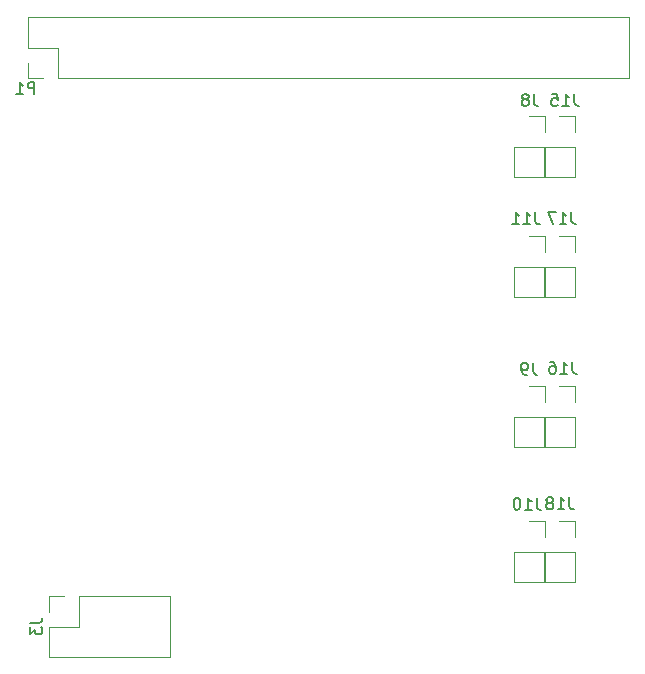
<source format=gbo>
G04 #@! TF.GenerationSoftware,KiCad,Pcbnew,5.1.7-a382d34a8~88~ubuntu18.04.1*
G04 #@! TF.CreationDate,2021-04-23T14:54:25+02:00*
G04 #@! TF.ProjectId,relais_hat,72656c61-6973-45f6-9861-742e6b696361,rev?*
G04 #@! TF.SameCoordinates,Original*
G04 #@! TF.FileFunction,Legend,Bot*
G04 #@! TF.FilePolarity,Positive*
%FSLAX46Y46*%
G04 Gerber Fmt 4.6, Leading zero omitted, Abs format (unit mm)*
G04 Created by KiCad (PCBNEW 5.1.7-a382d34a8~88~ubuntu18.04.1) date 2021-04-23 14:54:25*
%MOMM*%
%LPD*%
G01*
G04 APERTURE LIST*
%ADD10C,0.120000*%
%ADD11C,0.150000*%
G04 APERTURE END LIST*
D10*
X253400000Y-142440000D02*
X250740000Y-142440000D01*
X253400000Y-139840000D02*
X253400000Y-142440000D01*
X250740000Y-139840000D02*
X250740000Y-142440000D01*
X253400000Y-139840000D02*
X250740000Y-139840000D01*
X253400000Y-138570000D02*
X253400000Y-137240000D01*
X253400000Y-137240000D02*
X252070000Y-137240000D01*
X253400000Y-118310000D02*
X250740000Y-118310000D01*
X253400000Y-115710000D02*
X253400000Y-118310000D01*
X250740000Y-115710000D02*
X250740000Y-118310000D01*
X253400000Y-115710000D02*
X250740000Y-115710000D01*
X253400000Y-114440000D02*
X253400000Y-113110000D01*
X253400000Y-113110000D02*
X252070000Y-113110000D01*
X253400000Y-131010000D02*
X250740000Y-131010000D01*
X253400000Y-128410000D02*
X253400000Y-131010000D01*
X250740000Y-128410000D02*
X250740000Y-131010000D01*
X253400000Y-128410000D02*
X250740000Y-128410000D01*
X253400000Y-127140000D02*
X253400000Y-125810000D01*
X253400000Y-125810000D02*
X252070000Y-125810000D01*
X253400000Y-108150000D02*
X250740000Y-108150000D01*
X253400000Y-105550000D02*
X253400000Y-108150000D01*
X250740000Y-105550000D02*
X250740000Y-108150000D01*
X253400000Y-105550000D02*
X250740000Y-105550000D01*
X253400000Y-104280000D02*
X253400000Y-102950000D01*
X253400000Y-102950000D02*
X252070000Y-102950000D01*
X207052000Y-98438000D02*
X207052000Y-99768000D01*
X207052000Y-99768000D02*
X208382000Y-99768000D01*
X207052000Y-97168000D02*
X209652000Y-97168000D01*
X209652000Y-97168000D02*
X209652000Y-99768000D01*
X209652000Y-99768000D02*
X257972000Y-99768000D01*
X257972000Y-94568000D02*
X257972000Y-99768000D01*
X207052000Y-94568000D02*
X257972000Y-94568000D01*
X207052000Y-94568000D02*
X207052000Y-97168000D01*
X250860000Y-118310000D02*
X248200000Y-118310000D01*
X250860000Y-115710000D02*
X250860000Y-118310000D01*
X248200000Y-115710000D02*
X248200000Y-118310000D01*
X250860000Y-115710000D02*
X248200000Y-115710000D01*
X250860000Y-114440000D02*
X250860000Y-113110000D01*
X250860000Y-113110000D02*
X249530000Y-113110000D01*
X250860000Y-142440000D02*
X248200000Y-142440000D01*
X250860000Y-139840000D02*
X250860000Y-142440000D01*
X248200000Y-139840000D02*
X248200000Y-142440000D01*
X250860000Y-139840000D02*
X248200000Y-139840000D01*
X250860000Y-138570000D02*
X250860000Y-137240000D01*
X250860000Y-137240000D02*
X249530000Y-137240000D01*
X250860000Y-131010000D02*
X248200000Y-131010000D01*
X250860000Y-128410000D02*
X250860000Y-131010000D01*
X248200000Y-128410000D02*
X248200000Y-131010000D01*
X250860000Y-128410000D02*
X248200000Y-128410000D01*
X250860000Y-127140000D02*
X250860000Y-125810000D01*
X250860000Y-125810000D02*
X249530000Y-125810000D01*
X250860000Y-108150000D02*
X248200000Y-108150000D01*
X250860000Y-105550000D02*
X250860000Y-108150000D01*
X248200000Y-105550000D02*
X248200000Y-108150000D01*
X250860000Y-105550000D02*
X248200000Y-105550000D01*
X250860000Y-104280000D02*
X250860000Y-102950000D01*
X250860000Y-102950000D02*
X249530000Y-102950000D01*
X219110000Y-143590000D02*
X219110000Y-148790000D01*
X211430000Y-143590000D02*
X219110000Y-143590000D01*
X208830000Y-148790000D02*
X219110000Y-148790000D01*
X211430000Y-143590000D02*
X211430000Y-146190000D01*
X211430000Y-146190000D02*
X208830000Y-146190000D01*
X208830000Y-146190000D02*
X208830000Y-148790000D01*
X210160000Y-143590000D02*
X208830000Y-143590000D01*
X208830000Y-143590000D02*
X208830000Y-144920000D01*
D11*
X252919523Y-135262380D02*
X252919523Y-135976666D01*
X252967142Y-136119523D01*
X253062380Y-136214761D01*
X253205238Y-136262380D01*
X253300476Y-136262380D01*
X251919523Y-136262380D02*
X252490952Y-136262380D01*
X252205238Y-136262380D02*
X252205238Y-135262380D01*
X252300476Y-135405238D01*
X252395714Y-135500476D01*
X252490952Y-135548095D01*
X251348095Y-135690952D02*
X251443333Y-135643333D01*
X251490952Y-135595714D01*
X251538571Y-135500476D01*
X251538571Y-135452857D01*
X251490952Y-135357619D01*
X251443333Y-135310000D01*
X251348095Y-135262380D01*
X251157619Y-135262380D01*
X251062380Y-135310000D01*
X251014761Y-135357619D01*
X250967142Y-135452857D01*
X250967142Y-135500476D01*
X251014761Y-135595714D01*
X251062380Y-135643333D01*
X251157619Y-135690952D01*
X251348095Y-135690952D01*
X251443333Y-135738571D01*
X251490952Y-135786190D01*
X251538571Y-135881428D01*
X251538571Y-136071904D01*
X251490952Y-136167142D01*
X251443333Y-136214761D01*
X251348095Y-136262380D01*
X251157619Y-136262380D01*
X251062380Y-136214761D01*
X251014761Y-136167142D01*
X250967142Y-136071904D01*
X250967142Y-135881428D01*
X251014761Y-135786190D01*
X251062380Y-135738571D01*
X251157619Y-135690952D01*
X253079523Y-111112380D02*
X253079523Y-111826666D01*
X253127142Y-111969523D01*
X253222380Y-112064761D01*
X253365238Y-112112380D01*
X253460476Y-112112380D01*
X252079523Y-112112380D02*
X252650952Y-112112380D01*
X252365238Y-112112380D02*
X252365238Y-111112380D01*
X252460476Y-111255238D01*
X252555714Y-111350476D01*
X252650952Y-111398095D01*
X251746190Y-111112380D02*
X251079523Y-111112380D01*
X251508095Y-112112380D01*
X253159523Y-123782380D02*
X253159523Y-124496666D01*
X253207142Y-124639523D01*
X253302380Y-124734761D01*
X253445238Y-124782380D01*
X253540476Y-124782380D01*
X252159523Y-124782380D02*
X252730952Y-124782380D01*
X252445238Y-124782380D02*
X252445238Y-123782380D01*
X252540476Y-123925238D01*
X252635714Y-124020476D01*
X252730952Y-124068095D01*
X251302380Y-123782380D02*
X251492857Y-123782380D01*
X251588095Y-123830000D01*
X251635714Y-123877619D01*
X251730952Y-124020476D01*
X251778571Y-124210952D01*
X251778571Y-124591904D01*
X251730952Y-124687142D01*
X251683333Y-124734761D01*
X251588095Y-124782380D01*
X251397619Y-124782380D01*
X251302380Y-124734761D01*
X251254761Y-124687142D01*
X251207142Y-124591904D01*
X251207142Y-124353809D01*
X251254761Y-124258571D01*
X251302380Y-124210952D01*
X251397619Y-124163333D01*
X251588095Y-124163333D01*
X251683333Y-124210952D01*
X251730952Y-124258571D01*
X251778571Y-124353809D01*
X253329523Y-101102380D02*
X253329523Y-101816666D01*
X253377142Y-101959523D01*
X253472380Y-102054761D01*
X253615238Y-102102380D01*
X253710476Y-102102380D01*
X252329523Y-102102380D02*
X252900952Y-102102380D01*
X252615238Y-102102380D02*
X252615238Y-101102380D01*
X252710476Y-101245238D01*
X252805714Y-101340476D01*
X252900952Y-101388095D01*
X251424761Y-101102380D02*
X251900952Y-101102380D01*
X251948571Y-101578571D01*
X251900952Y-101530952D01*
X251805714Y-101483333D01*
X251567619Y-101483333D01*
X251472380Y-101530952D01*
X251424761Y-101578571D01*
X251377142Y-101673809D01*
X251377142Y-101911904D01*
X251424761Y-102007142D01*
X251472380Y-102054761D01*
X251567619Y-102102380D01*
X251805714Y-102102380D01*
X251900952Y-102054761D01*
X251948571Y-102007142D01*
X207608095Y-101098380D02*
X207608095Y-100098380D01*
X207227142Y-100098380D01*
X207131904Y-100146000D01*
X207084285Y-100193619D01*
X207036666Y-100288857D01*
X207036666Y-100431714D01*
X207084285Y-100526952D01*
X207131904Y-100574571D01*
X207227142Y-100622190D01*
X207608095Y-100622190D01*
X206084285Y-101098380D02*
X206655714Y-101098380D01*
X206370000Y-101098380D02*
X206370000Y-100098380D01*
X206465238Y-100241238D01*
X206560476Y-100336476D01*
X206655714Y-100384095D01*
X250029523Y-111132380D02*
X250029523Y-111846666D01*
X250077142Y-111989523D01*
X250172380Y-112084761D01*
X250315238Y-112132380D01*
X250410476Y-112132380D01*
X249029523Y-112132380D02*
X249600952Y-112132380D01*
X249315238Y-112132380D02*
X249315238Y-111132380D01*
X249410476Y-111275238D01*
X249505714Y-111370476D01*
X249600952Y-111418095D01*
X248077142Y-112132380D02*
X248648571Y-112132380D01*
X248362857Y-112132380D02*
X248362857Y-111132380D01*
X248458095Y-111275238D01*
X248553333Y-111370476D01*
X248648571Y-111418095D01*
X250139523Y-135302380D02*
X250139523Y-136016666D01*
X250187142Y-136159523D01*
X250282380Y-136254761D01*
X250425238Y-136302380D01*
X250520476Y-136302380D01*
X249139523Y-136302380D02*
X249710952Y-136302380D01*
X249425238Y-136302380D02*
X249425238Y-135302380D01*
X249520476Y-135445238D01*
X249615714Y-135540476D01*
X249710952Y-135588095D01*
X248520476Y-135302380D02*
X248425238Y-135302380D01*
X248330000Y-135350000D01*
X248282380Y-135397619D01*
X248234761Y-135492857D01*
X248187142Y-135683333D01*
X248187142Y-135921428D01*
X248234761Y-136111904D01*
X248282380Y-136207142D01*
X248330000Y-136254761D01*
X248425238Y-136302380D01*
X248520476Y-136302380D01*
X248615714Y-136254761D01*
X248663333Y-136207142D01*
X248710952Y-136111904D01*
X248758571Y-135921428D01*
X248758571Y-135683333D01*
X248710952Y-135492857D01*
X248663333Y-135397619D01*
X248615714Y-135350000D01*
X248520476Y-135302380D01*
X249833333Y-123862380D02*
X249833333Y-124576666D01*
X249880952Y-124719523D01*
X249976190Y-124814761D01*
X250119047Y-124862380D01*
X250214285Y-124862380D01*
X249309523Y-124862380D02*
X249119047Y-124862380D01*
X249023809Y-124814761D01*
X248976190Y-124767142D01*
X248880952Y-124624285D01*
X248833333Y-124433809D01*
X248833333Y-124052857D01*
X248880952Y-123957619D01*
X248928571Y-123910000D01*
X249023809Y-123862380D01*
X249214285Y-123862380D01*
X249309523Y-123910000D01*
X249357142Y-123957619D01*
X249404761Y-124052857D01*
X249404761Y-124290952D01*
X249357142Y-124386190D01*
X249309523Y-124433809D01*
X249214285Y-124481428D01*
X249023809Y-124481428D01*
X248928571Y-124433809D01*
X248880952Y-124386190D01*
X248833333Y-124290952D01*
X249893333Y-101102380D02*
X249893333Y-101816666D01*
X249940952Y-101959523D01*
X250036190Y-102054761D01*
X250179047Y-102102380D01*
X250274285Y-102102380D01*
X249274285Y-101530952D02*
X249369523Y-101483333D01*
X249417142Y-101435714D01*
X249464761Y-101340476D01*
X249464761Y-101292857D01*
X249417142Y-101197619D01*
X249369523Y-101150000D01*
X249274285Y-101102380D01*
X249083809Y-101102380D01*
X248988571Y-101150000D01*
X248940952Y-101197619D01*
X248893333Y-101292857D01*
X248893333Y-101340476D01*
X248940952Y-101435714D01*
X248988571Y-101483333D01*
X249083809Y-101530952D01*
X249274285Y-101530952D01*
X249369523Y-101578571D01*
X249417142Y-101626190D01*
X249464761Y-101721428D01*
X249464761Y-101911904D01*
X249417142Y-102007142D01*
X249369523Y-102054761D01*
X249274285Y-102102380D01*
X249083809Y-102102380D01*
X248988571Y-102054761D01*
X248940952Y-102007142D01*
X248893333Y-101911904D01*
X248893333Y-101721428D01*
X248940952Y-101626190D01*
X248988571Y-101578571D01*
X249083809Y-101530952D01*
X207282380Y-145856666D02*
X207996666Y-145856666D01*
X208139523Y-145809047D01*
X208234761Y-145713809D01*
X208282380Y-145570952D01*
X208282380Y-145475714D01*
X207282380Y-146237619D02*
X207282380Y-146856666D01*
X207663333Y-146523333D01*
X207663333Y-146666190D01*
X207710952Y-146761428D01*
X207758571Y-146809047D01*
X207853809Y-146856666D01*
X208091904Y-146856666D01*
X208187142Y-146809047D01*
X208234761Y-146761428D01*
X208282380Y-146666190D01*
X208282380Y-146380476D01*
X208234761Y-146285238D01*
X208187142Y-146237619D01*
M02*

</source>
